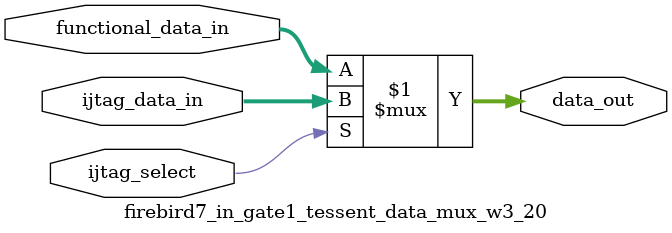
<source format=sv>

module firebird7_in_gate1_tessent_data_mux_w3_20 (
  input wire ijtag_select,
  input wire [2:0]  functional_data_in,
  input wire [2:0]  ijtag_data_in,
  output wire [2:0] data_out
);
assign data_out = (ijtag_select) ? ijtag_data_in : functional_data_in;
endmodule

</source>
